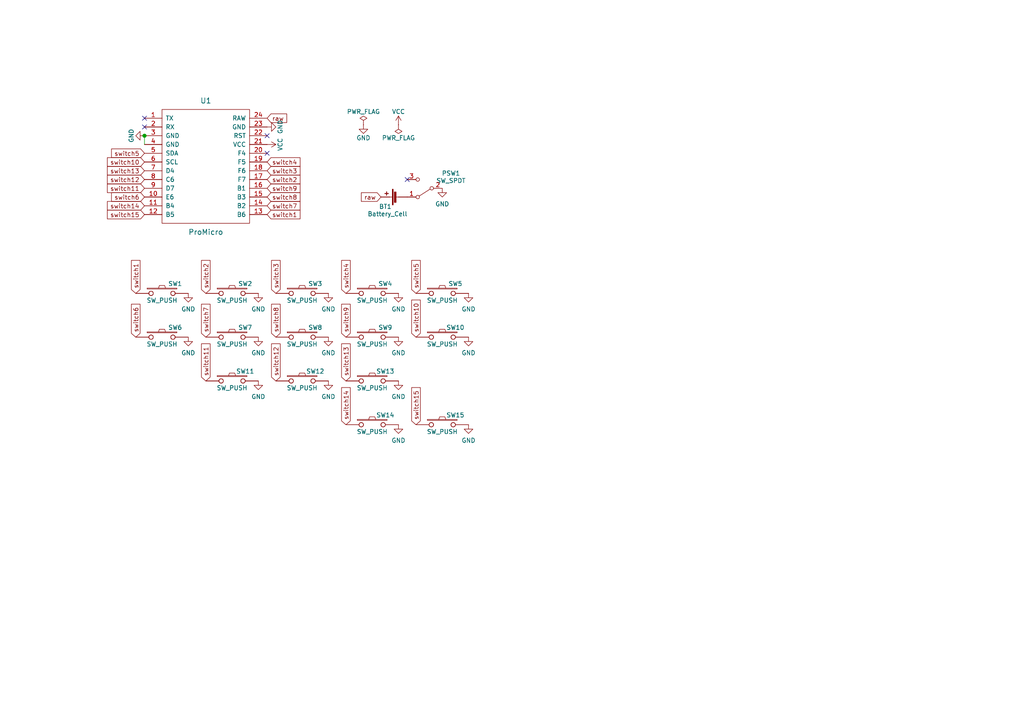
<source format=kicad_sch>
(kicad_sch (version 20210621) (generator eeschema)
  (paper "A4")
  (title_block (title "Midge") (date "2021-09-20") (rev "0.2.1") (company "jmnw"))
  (lib_symbols
    (symbol "Device:Battery_Cell" (pin_numbers hide) (pin_names (offset 0) hide)
      (property "Reference" "BT" (at 2.54 2.54 0))
      (property "Value" "Battery_Cell" (at 2.54 0 0))
      (symbol "Battery_Cell_0_1"
        (rectangle (start -2.286 1.778) (end 2.286 1.524) (fill (type outline)))
        (rectangle (start -1.5748 1.1938) (end 1.4732 0.6858) (fill (type outline)))
        (polyline (pts (xy 0 0.762) (xy 0 0)))
        (polyline (pts (xy 0 1.778) (xy 0 2.54)))
        (polyline (pts (xy 0.508 3.429) (xy 1.524 3.429)) (stroke (width 0.254)))
        (polyline (pts (xy 1.016 3.937) (xy 1.016 2.921)) (stroke (width 0.254)))
      )
      (symbol "Battery_Cell_1_1"
        (pin passive line (at 0 5.08 270) (length 2.54) (name "+") (number "1"))
        (pin passive line (at 0 -2.54 90) (length 2.54) (name "-") (number "2"))
      )
    )
    (symbol "Switch:SW_SPDT" (pin_names (offset 0) hide)
      (property "Reference" "SW" (at 0 4.318 0))
      (property "Value" "SW_SPDT" (at 0 -5.08 0))
      (symbol "SW_SPDT_0_0"
        (circle (center -2.032 0) (radius 0.508))
        (circle (center 2.032 -2.54) (radius 0.508))
      )
      (symbol "SW_SPDT_0_1"
        (circle (center 2.032 2.54) (radius 0.508))
        (polyline (pts (xy -1.524 0.254) (xy 1.651 2.286)))
      )
      (symbol "SW_SPDT_1_1"
        (pin passive line (at 5.08 2.54 180) (length 2.54) (name "A") (number "1"))
        (pin passive line (at -5.08 0 0) (length 2.54) (name "B") (number "2"))
        (pin passive line (at 5.08 -2.54 180) (length 2.54) (name "C") (number "3"))
      )
    )
    (symbol "bugs:ProMicro-kbd" (pin_names (offset 1.016))
      (property "Reference" "U" (at 0 24.13 0))
      (property "Value" "ProMicro-kbd" (at 0 -13.97 0))
      (symbol "ProMicro-kbd_0_1"
        (rectangle (start -12.7 21.59) (end 12.7 -11.43))
      )
      (symbol "ProMicro-kbd_1_1"
        (pin bidirectional line (at -17.78 19.05 0) (length 5.08) (name "TX") (number "1"))
        (pin bidirectional line (at -17.78 -3.81 0) (length 5.08) (name "E6") (number "10"))
        (pin bidirectional line (at -17.78 -6.35 0) (length 5.08) (name "B4") (number "11"))
        (pin bidirectional line (at -17.78 -8.89 0) (length 5.08) (name "B5") (number "12"))
        (pin bidirectional line (at 17.78 -8.89 180) (length 5.08) (name "B6") (number "13"))
        (pin bidirectional line (at 17.78 -6.35 180) (length 5.08) (name "B2") (number "14"))
        (pin bidirectional line (at 17.78 -3.81 180) (length 5.08) (name "B3") (number "15"))
        (pin bidirectional line (at 17.78 -1.27 180) (length 5.08) (name "B1") (number "16"))
        (pin bidirectional line (at 17.78 1.27 180) (length 5.08) (name "F7") (number "17"))
        (pin bidirectional line (at 17.78 3.81 180) (length 5.08) (name "F6") (number "18"))
        (pin bidirectional line (at 17.78 6.35 180) (length 5.08) (name "F5") (number "19"))
        (pin bidirectional line (at -17.78 16.51 0) (length 5.08) (name "RX") (number "2"))
        (pin bidirectional line (at 17.78 8.89 180) (length 5.08) (name "F4") (number "20"))
        (pin power_in line (at 17.78 11.43 180) (length 5.08) (name "VCC") (number "21"))
        (pin input line (at 17.78 13.97 180) (length 5.08) (name "RST") (number "22"))
        (pin power_in line (at 17.78 16.51 180) (length 5.08) (name "GND") (number "23"))
        (pin power_out line (at 17.78 19.05 180) (length 5.08) (name "RAW") (number "24"))
        (pin power_in line (at -17.78 13.97 0) (length 5.08) (name "GND") (number "3"))
        (pin power_in line (at -17.78 11.43 0) (length 5.08) (name "GND") (number "4"))
        (pin bidirectional line (at -17.78 8.89 0) (length 5.08) (name "SDA") (number "5"))
        (pin bidirectional line (at -17.78 6.35 0) (length 5.08) (name "SCL") (number "6"))
        (pin bidirectional line (at -17.78 3.81 0) (length 5.08) (name "D4") (number "7"))
        (pin bidirectional line (at -17.78 1.27 0) (length 5.08) (name "C6") (number "8"))
        (pin bidirectional line (at -17.78 -1.27 0) (length 5.08) (name "D7") (number "9"))
      )
    )
    (symbol "bugs:SW_PUSH-kbd" (pin_numbers hide) (pin_names (offset 1.016) hide)
      (property "Reference" "SW" (at 3.81 2.794 0))
      (property "Value" "SW_PUSH-kbd" (at 0 -2.032 0))
      (symbol "SW_PUSH-kbd_0_1"
        (rectangle (start -4.318 1.27) (end 4.318 1.524))
        (polyline (pts (xy -1.016 1.524) (xy -0.762 2.286) (xy 0.762 2.286) (xy 1.016 1.524)))
        (pin passive inverted (at -7.62 0 0) (length 5.08) (name "1") (number "1"))
        (pin passive inverted (at 7.62 0 180) (length 5.08) (name "2") (number "2"))
      )
    )
    (symbol "knott:SW_PUSH-kbd" (pin_numbers hide) (pin_names (offset 1.016) hide)
      (property "Reference" "SW" (at 3.81 2.794 0))
      (property "Value" "SW_PUSH-kbd" (at 0 -2.032 0))
      (symbol "SW_PUSH-kbd_0_1"
        (rectangle (start -4.318 1.27) (end 4.318 1.524))
        (polyline (pts (xy -1.016 1.524) (xy -0.762 2.286) (xy 0.762 2.286) (xy 1.016 1.524)))
        (pin passive inverted (at -7.62 0 0) (length 5.08) (name "1") (number "1"))
        (pin passive inverted (at 7.62 0 180) (length 5.08) (name "2") (number "2"))
      )
    )
    (symbol "power:GND" (power) (pin_names (offset 0))
      (property "Value" "GND" (at 0 -3.81 0))
      (symbol "GND_0_1"
        (polyline (pts (xy 0 0) (xy 0 -1.27) (xy 1.27 -1.27) (xy 0 -2.54) (xy -1.27 -1.27) (xy 0 -1.27)))
      )
      (symbol "GND_1_1"
        (pin power_in line (at 0 0 270) (length 0) hide (name "GND") (number "1"))
      )
    )
    (symbol "power:PWR_FLAG" (power) (pin_numbers hide) (pin_names (offset 0) hide)
      (property "Value" "PWR_FLAG" (at 0 3.81 0))
      (symbol "PWR_FLAG_0_0"
        (pin power_out line (at 0 0 90) (length 0) (name "pwr") (number "1"))
      )
      (symbol "PWR_FLAG_0_1"
        (polyline (pts (xy 0 0) (xy 0 1.27) (xy -1.016 1.905) (xy 0 2.54) (xy 1.016 1.905) (xy 0 1.27)))
      )
    )
    (symbol "power:VCC" (power) (pin_names (offset 0))
      (property "Value" "VCC" (at 0 3.81 0))
      (symbol "VCC_0_1"
        (polyline (pts (xy -0.762 1.27) (xy 0 2.54)))
        (polyline (pts (xy 0 0) (xy 0 2.54)))
        (polyline (pts (xy 0 2.54) (xy 0.762 1.27)))
      )
      (symbol "VCC_1_1"
        (pin power_in line (at 0 0 90) (length 0) hide (name "VCC") (number "1"))
      )
    )
  )
  (junction (at 41.91 39.37) (diameter 1.016))
  (no_connect (at 41.91 34.29))
  (no_connect (at 41.91 36.83))
  (no_connect (at 77.47 39.37))
  (no_connect (at 77.47 44.45))
  (no_connect (at 118.11 52.07))
  (wire (pts (xy 41.91 39.37) (xy 41.91 41.91)))
  (global_label "switch1" (shape input) (at 39.37 85.09 90) (property "Intersheet References" "${INTERSHEET_REFS}" (effects hide)))
  (global_label "switch6" (shape input) (at 39.37 97.79 90) (property "Intersheet References" "${INTERSHEET_REFS}" (effects hide)))
  (global_label "switch5" (shape input) (at 41.91 44.45 180) (property "Intersheet References" "${INTERSHEET_REFS}" (effects hide)))
  (global_label "switch10" (shape input) (at 41.91 46.99 180) (property "Intersheet References" "${INTERSHEET_REFS}" (effects hide)))
  (global_label "switch13" (shape input) (at 41.91 49.53 180) (property "Intersheet References" "${INTERSHEET_REFS}" (effects hide)))
  (global_label "switch12" (shape input) (at 41.91 52.07 180) (property "Intersheet References" "${INTERSHEET_REFS}" (effects hide)))
  (global_label "switch11" (shape input) (at 41.91 54.61 180) (property "Intersheet References" "${INTERSHEET_REFS}" (effects hide)))
  (global_label "switch6" (shape input) (at 41.91 57.15 180) (property "Intersheet References" "${INTERSHEET_REFS}" (effects hide)))
  (global_label "switch14" (shape input) (at 41.91 59.69 180) (property "Intersheet References" "${INTERSHEET_REFS}" (effects hide)))
  (global_label "switch15" (shape input) (at 41.91 62.23 180) (property "Intersheet References" "${INTERSHEET_REFS}" (effects hide)))
  (global_label "switch2" (shape input) (at 59.69 85.09 90) (property "Intersheet References" "${INTERSHEET_REFS}" (effects hide)))
  (global_label "switch7" (shape input) (at 59.69 97.79 90) (property "Intersheet References" "${INTERSHEET_REFS}" (effects hide)))
  (global_label "switch11" (shape input) (at 59.69 110.49 90) (property "Intersheet References" "${INTERSHEET_REFS}" (effects hide)))
  (global_label "raw" (shape input) (at 77.47 34.29 0) (property "Intersheet References" "${INTERSHEET_REFS}" (effects hide)))
  (global_label "switch4" (shape input) (at 77.47 46.99 0) (property "Intersheet References" "${INTERSHEET_REFS}" (effects hide)))
  (global_label "switch3" (shape input) (at 77.47 49.53 0) (property "Intersheet References" "${INTERSHEET_REFS}" (effects hide)))
  (global_label "switch2" (shape input) (at 77.47 52.07 0) (property "Intersheet References" "${INTERSHEET_REFS}" (effects hide)))
  (global_label "switch9" (shape input) (at 77.47 54.61 0) (property "Intersheet References" "${INTERSHEET_REFS}" (effects hide)))
  (global_label "switch8" (shape input) (at 77.47 57.15 0) (property "Intersheet References" "${INTERSHEET_REFS}" (effects hide)))
  (global_label "switch7" (shape input) (at 77.47 59.69 0) (property "Intersheet References" "${INTERSHEET_REFS}" (effects hide)))
  (global_label "switch1" (shape input) (at 77.47 62.23 0) (property "Intersheet References" "${INTERSHEET_REFS}" (effects hide)))
  (global_label "switch3" (shape input) (at 80.01 85.09 90) (property "Intersheet References" "${INTERSHEET_REFS}" (effects hide)))
  (global_label "switch8" (shape input) (at 80.01 97.79 90) (property "Intersheet References" "${INTERSHEET_REFS}" (effects hide)))
  (global_label "switch12" (shape input) (at 80.01 110.49 90) (property "Intersheet References" "${INTERSHEET_REFS}" (effects hide)))
  (global_label "switch4" (shape input) (at 100.33 85.09 90) (property "Intersheet References" "${INTERSHEET_REFS}" (effects hide)))
  (global_label "switch9" (shape input) (at 100.33 97.79 90) (property "Intersheet References" "${INTERSHEET_REFS}" (effects hide)))
  (global_label "switch13" (shape input) (at 100.33 110.49 90) (property "Intersheet References" "${INTERSHEET_REFS}" (effects hide)))
  (global_label "switch14" (shape input) (at 100.33 123.19 90) (property "Intersheet References" "${INTERSHEET_REFS}" (effects hide)))
  (global_label "raw" (shape input) (at 110.49 57.15 180) (property "Intersheet References" "${INTERSHEET_REFS}" (effects hide)))
  (global_label "switch5" (shape input) (at 120.65 85.09 90) (property "Intersheet References" "${INTERSHEET_REFS}" (effects hide)))
  (global_label "switch10" (shape input) (at 120.65 97.79 90) (property "Intersheet References" "${INTERSHEET_REFS}" (effects hide)))
  (global_label "switch15" (shape input) (at 120.65 123.19 90) (property "Intersheet References" "${INTERSHEET_REFS}" (effects hide)))
  (symbol (lib_id "power:VCC") (at 77.47 41.91 270) (unit 1)
    (property "Reference" "#PWR023" (effects hide))
    (property "Value" "VCC" (at 81.28 41.91 0))
  )
  (symbol (lib_id "power:VCC") (at 115.57 36.195 0) (unit 1)
    (property "Reference" "#PWR04" (effects hide))
    (property "Value" "VCC" (at 115.57 32.385 0))
  )
  (symbol (lib_id "power:PWR_FLAG") (at 105.41 36.195 0) (unit 1)
    (property "Reference" "#FLG06" (effects hide))
    (property "Value" "PWR_FLAG" (at 105.41 32.385 0))
  )
  (symbol (lib_id "power:PWR_FLAG") (at 115.57 36.195 180) (unit 1)
    (property "Reference" "#FLG05" (effects hide))
    (property "Value" "PWR_FLAG" (at 115.57 40.005 0))
  )
  (symbol (lib_id "power:GND") (at 41.91 39.37 270) (unit 1)
    (property "Reference" "#PWR02" (effects hide))
    (property "Value" "GND" (at 38.1 39.37 0))
  )
  (symbol (lib_id "power:GND") (at 54.61 85.09 0) (unit 1)
    (property "Reference" "#PWR0105" (effects hide))
    (property "Value" "GND" (at 54.61 89.6526 0))
  )
  (symbol (lib_id "power:GND") (at 54.61 97.79 0) (unit 1)
    (property "Reference" "#PWR0107" (effects hide))
    (property "Value" "GND" (at 54.61 102.3526 0))
  )
  (symbol (lib_id "power:GND") (at 74.93 85.09 0) (unit 1)
    (property "Reference" "#PWR0104" (effects hide))
    (property "Value" "GND" (at 74.93 89.6526 0))
  )
  (symbol (lib_id "power:GND") (at 74.93 97.79 0) (unit 1)
    (property "Reference" "#PWR0103" (effects hide))
    (property "Value" "GND" (at 74.93 102.3526 0))
  )
  (symbol (lib_id "power:GND") (at 74.93 110.49 0) (unit 1)
    (property "Reference" "#PWR0102" (effects hide))
    (property "Value" "GND" (at 74.93 115.0526 0))
  )
  (symbol (lib_id "power:GND") (at 77.47 36.83 90) (unit 1)
    (property "Reference" "#PWR01" (effects hide))
    (property "Value" "GND" (at 81.28 36.83 0))
  )
  (symbol (lib_id "power:GND") (at 95.25 85.09 0) (unit 1)
    (property "Reference" "#PWR0114" (effects hide))
    (property "Value" "GND" (at 95.25 89.6526 0))
  )
  (symbol (lib_id "power:GND") (at 95.25 97.79 0) (unit 1)
    (property "Reference" "#PWR0117" (effects hide))
    (property "Value" "GND" (at 95.25 102.3526 0))
  )
  (symbol (lib_id "power:GND") (at 95.25 110.49 0) (unit 1)
    (property "Reference" "#PWR0116" (effects hide))
    (property "Value" "GND" (at 95.25 115.0526 0))
  )
  (symbol (lib_id "power:GND") (at 105.41 36.195 0) (unit 1)
    (property "Reference" "#PWR03" (effects hide))
    (property "Value" "GND" (at 105.41 40.005 0))
  )
  (symbol (lib_id "power:GND") (at 115.57 85.09 0) (unit 1)
    (property "Reference" "#PWR0108" (effects hide))
    (property "Value" "GND" (at 115.57 89.6526 0))
  )
  (symbol (lib_id "power:GND") (at 115.57 97.79 0) (unit 1)
    (property "Reference" "#PWR0109" (effects hide))
    (property "Value" "GND" (at 115.57 102.3526 0))
  )
  (symbol (lib_id "power:GND") (at 115.57 110.49 0) (unit 1)
    (property "Reference" "#PWR0115" (effects hide))
    (property "Value" "GND" (at 115.57 115.0526 0))
  )
  (symbol (lib_id "power:GND") (at 115.57 123.19 0) (unit 1)
    (property "Reference" "#PWR0112" (effects hide))
    (property "Value" "GND" (at 115.57 127.7526 0))
  )
  (symbol (lib_id "power:GND") (at 128.27 54.61 0) (unit 1)
    (property "Reference" "#PWR0101" (effects hide))
    (property "Value" "GND" (at 128.27 59.1726 0))
  )
  (symbol (lib_id "power:GND") (at 135.89 85.09 0) (unit 1)
    (property "Reference" "#PWR0110" (effects hide))
    (property "Value" "GND" (at 135.89 89.6526 0))
  )
  (symbol (lib_id "power:GND") (at 135.89 97.79 0) (unit 1)
    (property "Reference" "#PWR0111" (effects hide))
    (property "Value" "GND" (at 135.89 102.3526 0))
  )
  (symbol (lib_id "power:GND") (at 135.89 123.19 0) (unit 1)
    (property "Reference" "#PWR0113" (effects hide))
    (property "Value" "GND" (at 135.89 127.7526 0))
  )
  (symbol (lib_id "Device:Battery_Cell") (at 115.57 57.15 90) (unit 1)
    (property "Reference" "BT1" (at 111.76 59.9144 90))
    (property "Value" "Battery_Cell" (at 112.395 62.0545 90))
    (property "Footprint" "bugs:Battery_pads_reversible" (effects hide))
  )
  (symbol (lib_id "bugs:SW_PUSH-kbd") (at 46.99 85.09 0) (unit 1)
    (property "Reference" "SW1" (at 50.8 82.296 0))
    (property "Value" "SW_PUSH" (at 46.99 87.122 0))
    (property "Footprint" "bugs:Choc_reversible" (effects hide))
  )
  (symbol (lib_id "knott:SW_PUSH-kbd") (at 46.99 97.79 0) (unit 1)
    (property "Reference" "SW6" (at 50.8 94.996 0))
    (property "Value" "SW_PUSH" (at 46.99 99.822 0))
    (property "Footprint" "bugs:Choc_reversible" (effects hide))
  )
  (symbol (lib_id "knott:SW_PUSH-kbd") (at 67.31 85.09 0) (unit 1)
    (property "Reference" "SW2" (at 71.12 82.296 0))
    (property "Value" "SW_PUSH" (at 67.31 87.122 0))
    (property "Footprint" "bugs:Choc_reversible" (effects hide))
  )
  (symbol (lib_id "knott:SW_PUSH-kbd") (at 67.31 97.79 0) (unit 1)
    (property "Reference" "SW7" (at 71.12 94.996 0))
    (property "Value" "SW_PUSH" (at 67.31 99.822 0))
    (property "Footprint" "bugs:Choc_reversible" (effects hide))
  )
  (symbol (lib_id "knott:SW_PUSH-kbd") (at 67.31 110.49 0) (unit 1)
    (property "Reference" "SW11" (at 71.12 107.696 0))
    (property "Value" "SW_PUSH" (at 67.31 112.522 0))
    (property "Footprint" "bugs:Choc_reversible" (effects hide))
  )
  (symbol (lib_id "knott:SW_PUSH-kbd") (at 87.63 85.09 0) (unit 1)
    (property "Reference" "SW3" (at 91.44 82.296 0))
    (property "Value" "SW_PUSH" (at 87.63 87.122 0))
    (property "Footprint" "bugs:Choc_reversible" (effects hide))
  )
  (symbol (lib_id "knott:SW_PUSH-kbd") (at 87.63 97.79 0) (unit 1)
    (property "Reference" "SW8" (at 91.44 94.996 0))
    (property "Value" "SW_PUSH" (at 87.63 99.822 0))
    (property "Footprint" "bugs:Choc_reversible" (effects hide))
  )
  (symbol (lib_id "knott:SW_PUSH-kbd") (at 87.63 110.49 0) (unit 1)
    (property "Reference" "SW12" (at 91.44 107.696 0))
    (property "Value" "SW_PUSH" (at 87.63 112.522 0))
    (property "Footprint" "bugs:Choc_reversible" (effects hide))
  )
  (symbol (lib_id "knott:SW_PUSH-kbd") (at 107.95 85.09 0) (unit 1)
    (property "Reference" "SW4" (at 111.76 82.296 0))
    (property "Value" "SW_PUSH" (at 107.95 87.122 0))
    (property "Footprint" "bugs:Choc_reversible" (effects hide))
  )
  (symbol (lib_id "knott:SW_PUSH-kbd") (at 107.95 97.79 0) (unit 1)
    (property "Reference" "SW9" (at 111.76 94.996 0))
    (property "Value" "SW_PUSH" (at 107.95 99.822 0))
    (property "Footprint" "bugs:Choc_reversible" (effects hide))
  )
  (symbol (lib_id "knott:SW_PUSH-kbd") (at 107.95 110.49 0) (unit 1)
    (property "Reference" "SW13" (at 111.76 107.696 0))
    (property "Value" "SW_PUSH" (at 107.95 112.522 0))
    (property "Footprint" "bugs:Choc_reversible" (effects hide))
  )
  (symbol (lib_id "knott:SW_PUSH-kbd") (at 107.95 123.19 0) (unit 1)
    (property "Reference" "SW14" (at 111.76 120.396 0))
    (property "Value" "SW_PUSH" (at 107.95 125.222 0))
    (property "Footprint" "bugs:Choc_reversible" (effects hide))
  )
  (symbol (lib_id "knott:SW_PUSH-kbd") (at 128.27 85.09 0) (unit 1)
    (property "Reference" "SW5" (at 132.08 82.296 0))
    (property "Value" "SW_PUSH" (at 128.27 87.122 0))
    (property "Footprint" "bugs:Choc_reversible" (effects hide))
  )
  (symbol (lib_id "knott:SW_PUSH-kbd") (at 128.27 97.79 0) (unit 1)
    (property "Reference" "SW10" (at 132.08 94.996 0))
    (property "Value" "SW_PUSH" (at 128.27 99.822 0))
    (property "Footprint" "bugs:Choc_reversible" (effects hide))
  )
  (symbol (lib_id "knott:SW_PUSH-kbd") (at 128.27 123.19 0) (unit 1)
    (property "Reference" "SW15" (at 132.08 120.396 0))
    (property "Value" "SW_PUSH" (at 128.27 125.222 0))
    (property "Footprint" "bugs:Choc_reversible" (effects hide))
  )
  (symbol (lib_id "Switch:SW_SPDT") (at 123.19 54.61 180) (unit 1)
    (property "Reference" "PSW1" (at 130.81 50.2624 0))
    (property "Value" "SW_SPDT" (at 130.81 52.4025 0))
    (property "Footprint" "bugs:Power_reversible" (effects hide))
  )
  (symbol (lib_id "bugs:ProMicro-kbd") (at 59.69 53.34 0) (unit 1)
    (property "Reference" "U1" (at 59.69 29.21 0) (effects (font (size 1.524 1.524))))
    (property "Value" "ProMicro" (at 59.69 67.31 0) (effects (font (size 1.524 1.524))))
    (property "Footprint" "bugs:ProMicro_jumpers" (effects hide))
  )
)
</source>
